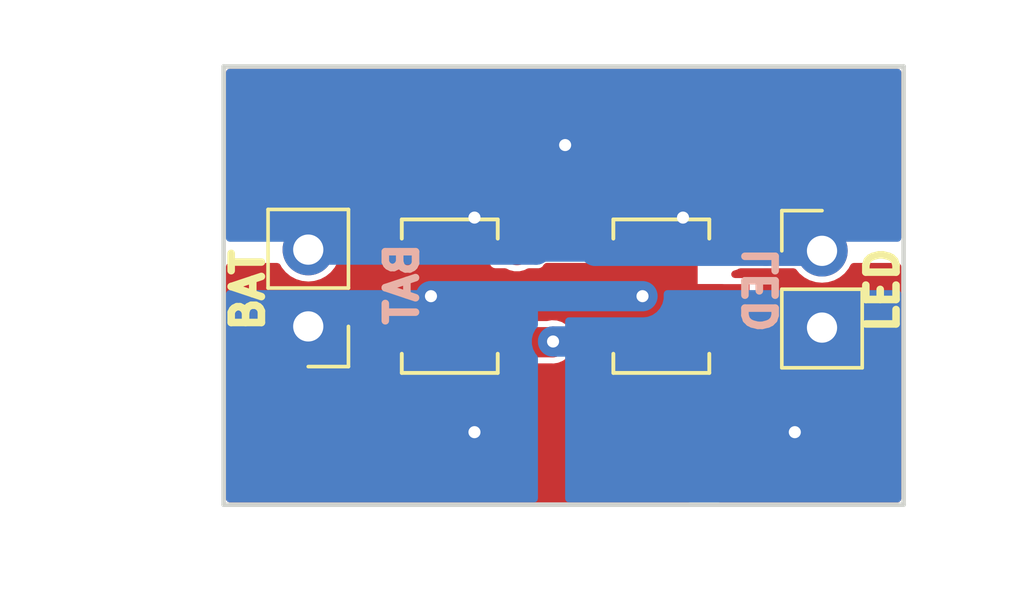
<source format=kicad_pcb>
(kicad_pcb (version 20221018) (generator pcbnew)
  (layers (0 "F.Cu" power) (31 "B.Cu" power) (34 "B.Paste" user) (35 "F.Paste" user) (36 "B.SilkS" user "B.Silkscreen") (37 "F.SilkS" user "F.Silkscreen") (38 "B.Mask" user) (39 "F.Mask" user) (44 "Edge.Cuts" user))
  (net 0 "")
  (net 1 "Net-(J1-Pad2)")
  (net 2 "GND")
  (net 3 "VDD")
  (footprint "freetronics_footprints:SOT89" (layer "F.Cu") (at 151 86 90)
    (fp_text reference "U1")
    (fp_text value "AMC7135_SOT89" hide)
    (fp_line (start -2.54 -1.905) (end -1.905 -1.905) (stroke (width 0.127)) (layer "F.SilkS"))
    (fp_line (start -2.54 1.27) (end -2.54 -1.905) (stroke (width 0.127)) (layer "F.SilkS"))
    (fp_line (start -1.905 1.27) (end -2.54 1.27) (stroke (width 0.127)) (layer "F.SilkS"))
    (fp_line (start 1.905 -1.905) (end 2.54 -1.905) (stroke (width 0.127)) (layer "F.SilkS"))
    (fp_line (start 2.54 -1.905) (end 2.54 1.27) (stroke (width 0.127)) (layer "F.SilkS"))
    (fp_line (start 2.54 1.27) (end 1.905 1.27) (stroke (width 0.127)) (layer "F.SilkS"))
    (pad "1" smd rect (at -1.524 1.905 90) (size 0.79756 1.39954) (layers "F.Cu" "F.Paste" "F.Mask") (net 1 "Net-(J1-Pad2)"))
    (pad "2" smd rect (at 0 -0.9398 90) (size 2.032 3.64998) (layers "F.Cu" "F.Paste" "F.Mask") (net 2 "GND"))
    (pad "2" smd rect (at 0 1.651 90) (size 0.79756 1.89992) (layers "F.Cu" "F.Paste" "F.Mask") (net 2 "GND"))
    (pad "3" smd rect (at 1.524 1.905 90) (size 0.79756 1.39954) (layers "F.Cu" "F.Paste" "F.Mask") (net 3 "VDD"))
  )
  (footprint "Connector_Pin:Pin_D1.0mm_L10.0mm_LooseFit" (layer "F.Cu") (at 144.5 90.8)
    (fp_text reference "J4" hide)
    (fp_text value "heatsink")
    (pad "1" smd rect (at 0 0) (size 14 3.5) (layers "F.Cu" "F.Paste" "F.Mask") (net 2 "GND"))
  )
  (footprint "Connector_PinHeader_2.54mm:PinHeader_1x02_P2.54mm_Vertical" (layer "F.Cu") (at 156 84.5)
    (fp_text reference "J1" hide)
    (fp_text value "LED connector")
    (fp_line (start -1.33 -1.33) (end 0 -1.33) (stroke (width 0.12)) (layer "F.SilkS"))
    (fp_line (start -1.33 0) (end -1.33 -1.33) (stroke (width 0.12)) (layer "F.SilkS"))
    (fp_line (start -1.33 1.27) (end -1.33 3.87) (stroke (width 0.12)) (layer "F.SilkS"))
    (fp_line (start -1.33 1.27) (end 1.33 1.27) (stroke (width 0.12)) (layer "F.SilkS"))
    (fp_line (start -1.33 3.87) (end 1.33 3.87) (stroke (width 0.12)) (layer "F.SilkS"))
    (fp_line (start 1.33 1.27) (end 1.33 3.87) (stroke (width 0.12)) (layer "F.SilkS"))
    (pad "1" thru_hole oval (at 0 0) (size 1.7 1.7) (drill 1) (layers "*.Cu" "*.Mask") (net 3 "VDD"))
    (pad "2" thru_hole rect (at 0 2.54) (size 1.7 1.7) (drill 1) (layers "*.Cu" "*.Mask") (net 1 "Net-(J1-Pad2)"))
  )
  (footprint "Connector_PinHeader_2.54mm:PinHeader_1x02_P2.54mm_Vertical" (layer "F.Cu") (at 139 87 180)
    (fp_text reference "J2" hide)
    (fp_text value "Power Connector")
    (fp_line (start -1.33 -1.33) (end 0 -1.33) (stroke (width 0.12)) (layer "F.SilkS"))
    (fp_line (start -1.33 0) (end -1.33 -1.33) (stroke (width 0.12)) (layer "F.SilkS"))
    (fp_line (start -1.33 1.27) (end -1.33 3.87) (stroke (width 0.12)) (layer "F.SilkS"))
    (fp_line (start -1.33 1.27) (end 1.33 1.27) (stroke (width 0.12)) (layer "F.SilkS"))
    (fp_line (start -1.33 3.87) (end 1.33 3.87) (stroke (width 0.12)) (layer "F.SilkS"))
    (fp_line (start 1.33 1.27) (end 1.33 3.87) (stroke (width 0.12)) (layer "F.SilkS"))
    (pad "1" thru_hole rect (at 0 0 180) (size 1.7 1.7) (drill 1) (layers "*.Cu" "*.Mask") (net 2 "GND"))
    (pad "2" thru_hole oval (at 0 2.54 180) (size 1.7 1.7) (drill 1) (layers "*.Cu" "*.Mask") (net 3 "VDD"))
  )
  (footprint "Connector_Pin:Pin_D1.0mm_L10.0mm_LooseFit" (layer "F.Cu") (at 147.5 80.7)
    (fp_text reference "J3" hide)
    (fp_text value "Conn_01x01_Male")
    (pad "1" smd rect (at 0 0) (size 20 3.5) (layers "F.Cu" "F.Paste" "F.Mask") (net 3 "VDD"))
  )
  (footprint "Connector_Pin:Pin_D1.0mm_L10.0mm_LooseFit" (layer "F.Cu") (at 155.1 90.8)
    (fp_text reference "J5" hide)
    (fp_text value "heatsink")
    (pad "1" smd rect (at 0 0) (size 5 3.5) (layers "F.Cu" "F.Paste" "F.Mask") (net 1 "Net-(J1-Pad2)"))
  )
  (footprint "freetronics_footprints:SOT89" (layer "F.Cu") (at 144 86 90)
    (fp_text reference "U2")
    (fp_text value "AMC7135_SOT89" hide)
    (fp_line (start -2.54 -1.905) (end -1.905 -1.905) (stroke (width 0.127)) (layer "F.SilkS"))
    (fp_line (start -2.54 1.27) (end -2.54 -1.905) (stroke (width 0.127)) (layer "F.SilkS"))
    (fp_line (start -1.905 1.27) (end -2.54 1.27) (stroke (width 0.127)) (layer "F.SilkS"))
    (fp_line (start 1.905 -1.905) (end 2.54 -1.905) (stroke (width 0.127)) (layer "F.SilkS"))
    (fp_line (start 2.54 -1.905) (end 2.54 1.27) (stroke (width 0.127)) (layer "F.SilkS"))
    (fp_line (start 2.54 1.27) (end 1.905 1.27) (stroke (width 0.127)) (layer "F.SilkS"))
    (pad "1" smd rect (at -1.524 1.905 90) (size 0.79756 1.39954) (layers "F.Cu" "F.Paste" "F.Mask") (net 1 "Net-(J1-Pad2)"))
    (pad "2" smd rect (at 0 -0.9398 90) (size 2.032 3.64998) (layers "F.Cu" "F.Paste" "F.Mask") (net 2 "GND"))
    (pad "2" smd rect (at 0 1.651 90) (size 0.79756 1.89992) (layers "F.Cu" "F.Paste" "F.Mask") (net 2 "GND"))
    (pad "3" smd rect (at 1.524 1.905 90) (size 0.79756 1.39954) (layers "F.Cu" "F.Paste" "F.Mask") (net 3 "VDD"))
  )
  (footprint "Connector_Pin:Pin_D1.0mm_L10.0mm_LooseFit" (layer "B.Cu") (at 147.5 80.7)
    (fp_text reference "J3" hide)
    (fp_text value "heatsink")
    (pad "1" smd rect (at 0 0) (size 20 3.5) (layers "B.Cu" "B.Paste" "B.Mask") (net 3 "VDD"))
  )
  (footprint "Connector_Pin:Pin_D1.0mm_L10.0mm_LooseFit" (layer "B.Cu") (at 142 90.8)
    (fp_text reference "J4" hide)
    (fp_text value "Conn_01x01_Male")
    (pad "1" smd rect (at 0 0) (size 9 3.5) (layers "B.Cu" "B.Paste" "B.Mask") (net 2 "GND"))
  )
  (footprint "Connector_Pin:Pin_D1.0mm_L10.0mm_LooseFit" (layer "B.Cu") (at 152.6 90.8)
    (fp_text reference "J5" hide)
    (fp_text value "Conn_01x01_Male")
    (pad "1" smd rect (at 0 0) (size 10 3.5) (layers "B.Cu" "B.Paste" "B.Mask") (net 1 "Net-(J1-Pad2)"))
  )
  (gr_line (start 158.7 78.4) (end 158.7 92.9) (stroke (width 0.15)) (layer "Edge.Cuts"))
  (gr_line (start 136.2 92.9) (end 136.2 78.4) (stroke (width 0.15)) (layer "Edge.Cuts"))
  (gr_line (start 136.2 78.4) (end 158.7 78.4) (stroke (width 0.15)) (layer "Edge.Cuts"))
  (gr_line (start 158.7 92.9) (end 136.2 92.9) (stroke (width 0.15)) (layer "Edge.Cuts"))
  (gr_text "LED" (at 154 85.8 90) (layer "B.SilkS") (effects (font (size 1 1) (thickness 0.25)) (justify mirror)))
  (gr_text "BAT" (at 142.1 85.6 90) (layer "B.SilkS") (effects (font (size 1 1) (thickness 0.25)) (justify mirror)))
  (gr_text "BAT" (at 137 85.8 90) (layer "F.SilkS") (effects (font (size 1 1) (thickness 0.25))))
  (gr_text "LED" (at 158 85.8 90) (layer "F.SilkS") (effects (font (size 1 1) (thickness 0.25))))
  (segment (start 145.9 87.529) (end 145.905 87.524) (width 0.8) (layer "F.Cu") (net 1))
  (segment (start 147.076 87.524) (end 147.1 87.5) (width 1) (layer "F.Cu") (net 1))
  (segment (start 155.1 89.719) (end 152.905 87.524) (width 1) (layer "F.Cu") (net 1))
  (segment (start 155.516 87.524) (end 152.905 87.524) (width 1) (layer "F.Cu") (net 1))
  (segment (start 156 89.6) (end 155.1 90.5) (width 1) (layer "F.Cu") (net 1))
  (segment (start 156 87.04) (end 156 89.6) (width 1) (layer "F.Cu") (net 1))
  (segment (start 155.1 90.5) (end 155.1 89.719) (width 1) (layer "F.Cu") (net 1))
  (segment (start 145.905 87.524) (end 147.076 87.524) (width 1) (layer "F.Cu") (net 1))
  (segment (start 156 87.04) (end 155.516 87.524) (width 1) (layer "F.Cu") (net 1))
  (segment (start 152.60401 87.524) (end 152.905 87.524) (width 0.8) (layer "F.Cu") (net 1))
  (via (at 155.1 90.5) (size 0.8) (drill 0.4) (layers "F.Cu" "B.Cu") (net 1))
  (via (at 147.1 87.5) (size 0.8) (drill 0.4) (layers "F.Cu" "B.Cu") (net 1))
  (segment (start 149.6 87.5) (end 152.6 90.5) (width 1) (layer "B.Cu") (net 1))
  (segment (start 148.5 87.5) (end 152.1 87.5) (width 1) (layer "B.Cu") (net 1))
  (segment (start 152.6 88) (end 152.6 90.5) (width 1) (layer "B.Cu") (net 1))
  (segment (start 156 87.1) (end 152.6 90.5) (width 1) (layer "B.Cu") (net 1))
  (segment (start 148.5 87.5) (end 155.54 87.5) (width 1) (layer "B.Cu") (net 1))
  (segment (start 155.54 87.5) (end 156 87.04) (width 1) (layer "B.Cu") (net 1))
  (segment (start 147.1 87.5) (end 149.6 87.5) (width 1) (layer "B.Cu") (net 1))
  (segment (start 147.1 87.5) (end 148.5 87.5) (width 1) (layer "B.Cu") (net 1))
  (segment (start 156 87.04) (end 156 87.1) (width 1) (layer "B.Cu") (net 1))
  (segment (start 152.1 87.5) (end 152.6 88) (width 1) (layer "B.Cu") (net 1))
  (segment (start 150.0602 87.9398) (end 147.5 90.5) (width 1) (layer "F.Cu") (net 2))
  (segment (start 147.5 90.5) (end 144.5 90.5) (width 1) (layer "F.Cu") (net 2))
  (segment (start 150.0602 86) (end 150.0602 87.9398) (width 1) (layer "F.Cu") (net 2))
  (segment (start 146.6942 90.9) (end 147.5 90.9) (width 0.25) (layer "F.Cu") (net 2))
  (segment (start 143.0602 89.0602) (end 144.5 90.5) (width 1) (layer "F.Cu") (net 2))
  (segment (start 143.0602 86) (end 143.0602 89.0602) (width 1) (layer "F.Cu") (net 2))
  (segment (start 152.651 86) (end 150.0602 86) (width 0.8) (layer "F.Cu") (net 2))
  (segment (start 147.40096 86) (end 145.651 86) (width 0.8) (layer "F.Cu") (net 2))
  (segment (start 143.0602 86) (end 140 86) (width 0.8) (layer "F.Cu") (net 2))
  (segment (start 150.0602 86) (end 145.651 86) (width 0.8) (layer "F.Cu") (net 2))
  (segment (start 145.5442 90.5) (end 147.5 90.5) (width 1) (layer "F.Cu") (net 2))
  (segment (start 140 86) (end 139 87) (width 0.8) (layer "F.Cu") (net 2))
  (segment (start 143.0602 86) (end 145.651 86) (width 0.8) (layer "F.Cu") (net 2))
  (via (at 144.5 90.5) (size 0.8) (drill 0.4) (layers "F.Cu" "B.Cu") (net 2))
  (via (at 150.0602 86) (size 0.8) (drill 0.4) (layers "F.Cu" "B.Cu") (net 2))
  (via (at 143.0602 86) (size 0.8) (drill 0.4) (layers "F.Cu" "B.Cu") (net 2))
  (segment (start 143.0602 89.4398) (end 142 90.5) (width 1) (layer "B.Cu") (net 2))
  (segment (start 143.0602 86) (end 150.0602 86) (width 1) (layer "B.Cu") (net 2))
  (segment (start 139 87.5) (end 142 90.5) (width 1) (layer "B.Cu") (net 2))
  (segment (start 143.0602 86) (end 143.0602 89.4398) (width 1) (layer "B.Cu") (net 2))
  (segment (start 141.7 87) (end 142.0602 87) (width 0.8) (layer "B.Cu") (net 2))
  (segment (start 139 87) (end 139 87.5) (width 1) (layer "B.Cu") (net 2))
  (segment (start 142.0602 87) (end 143.0602 86) (width 0.8) (layer "B.Cu") (net 2))
  (segment (start 139 87) (end 141.7 87) (width 0.8) (layer "B.Cu") (net 2))
  (segment (start 145.60401 84.476) (end 145.905 84.476) (width 0.8) (layer "F.Cu") (net 3))
  (segment (start 151.4 83.4) (end 151.829 83.4) (width 0.8) (layer "F.Cu") (net 3))
  (segment (start 144.5 83.4) (end 145.1 83.4) (width 1) (layer "F.Cu") (net 3))
  (segment (start 152.905 84.476) (end 155.976 84.476) (width 0.8) (layer "F.Cu") (net 3))
  (segment (start 155.976 84.476) (end 156 84.5) (width 0.8) (layer "F.Cu") (net 3))
  (segment (start 151.4 83.4) (end 149.9 83.4) (width 1) (layer "F.Cu") (net 3))
  (segment (start 156 84.5) (end 156 82.65) (width 1) (layer "F.Cu") (net 3))
  (segment (start 145.905 84.476) (end 145.905 82.595) (width 1) (layer "F.Cu") (net 3))
  (segment (start 149.429 81) (end 147.5 81) (width 1) (layer "F.Cu") (net 3))
  (segment (start 152.905 84.476) (end 149.429 81) (width 1) (layer "F.Cu") (net 3))
  (segment (start 144.829 83.4) (end 145.905 84.476) (width 0.8) (layer "F.Cu") (net 3))
  (segment (start 139 84.46) (end 142.46 81) (width 1) (layer "F.Cu") (net 3))
  (segment (start 154.35 81) (end 147.5 81) (width 1) (layer "F.Cu") (net 3))
  (segment (start 145.905 82.595) (end 147.5 81) (width 1) (layer "F.Cu") (net 3))
  (segment (start 156 82.65) (end 154.35 81) (width 1) (layer "F.Cu") (net 3))
  (segment (start 145.1 83.4) (end 147.5 81) (width 1) (layer "F.Cu") (net 3))
  (segment (start 149.9 83.4) (end 147.5 81) (width 1) (layer "F.Cu") (net 3))
  (segment (start 142.46 81) (end 147.5 81) (width 1) (layer "F.Cu") (net 3))
  (segment (start 151.829 83.4) (end 152.905 84.476) (width 0.8) (layer "F.Cu") (net 3))
  (segment (start 144.5 83.4) (end 144.829 83.4) (width 0.8) (layer "F.Cu") (net 3))
  (segment (start 152.60401 84.476) (end 152.905 84.476) (width 0.8) (layer "F.Cu") (net 3))
  (via (at 147.5 81) (size 0.8) (drill 0.4) (layers "F.Cu" "B.Cu") (net 3))
  (via (at 151.4 83.4) (size 0.8) (drill 0.4) (layers "F.Cu" "B.Cu") (net 3))
  (via (at 144.5 83.4) (size 0.8) (drill 0.4) (layers "F.Cu" "B.Cu") (net 3))
  (segment (start 146.54 84.46) (end 147.5 83.5) (width 1) (layer "B.Cu") (net 3))
  (segment (start 139 84.46) (end 146.54 84.46) (width 1) (layer "B.Cu") (net 3))
  (segment (start 150.34 84.46) (end 151.4 83.4) (width 0.8) (layer "B.Cu") (net 3))
  (segment (start 155.96 84.46) (end 156 84.5) (width 0.8) (layer "B.Cu") (net 3))
  (segment (start 142.9 84.46) (end 143.54 84.46) (width 0.8) (layer "B.Cu") (net 3))
  (segment (start 147.5 83.5) (end 148.5 84.5) (width 1) (layer "B.Cu") (net 3))
  (segment (start 149.7 84.46) (end 150.34 84.46) (width 0.8) (layer "B.Cu") (net 3))
  (segment (start 143.44 84.46) (end 144.5 83.4) (width 0.8) (layer "B.Cu") (net 3))
  (segment (start 149.7 84.46) (end 155.96 84.46) (width 0.8) (layer "B.Cu") (net 3))
  (segment (start 154.15 84.5) (end 156 84.5) (width 1) (layer "B.Cu") (net 3))
  (segment (start 139 84.46) (end 149.7 84.46) (width 0.8) (layer "B.Cu") (net 3))
  (segment (start 148.5 84.5) (end 154.15 84.5) (width 1) (layer "B.Cu") (net 3))
  (segment (start 142.9 84.46) (end 143.44 84.46) (width 0.8) (layer "B.Cu") (net 3))
  (segment (start 139 84.46) (end 142.9 84.46) (width 0.8) (layer "B.Cu") (net 3))
  (segment (start 149.9 83.4) (end 147.5 81) (width 1) (layer "B.Cu") (net 3))
  (segment (start 151.4 83.4) (end 149.9 83.4) (width 1) (layer "B.Cu") (net 3))
  (segment (start 147.5 81) (end 147.5 83.5) (width 1) (layer "B.Cu") (net 3))
  (zone (net 1) (net_name "Net-(J1-Pad2)") (layer "F.Cu") (connect_pads yes (clearance 0.1)) (min_thickness 0.254) (fill yes (thermal_gap 0.508) (thermal_bridge_width 0.508))
    (polygon (pts (xy 162.7 84.9) (xy 152.5 84.9) (xy 152.5 95.7) (xy 162.7 95.7)))
  )
  (zone (net 3) (net_name "VDD") (layer "F.Cu") (connect_pads yes (clearance 0.1)) (min_thickness 0.254) (fill yes (thermal_gap 0.508) (thermal_bridge_width 0.508))
    (polygon (pts (xy 162.3 84.2) (xy 162.3 76.2) (xy 128.9 76.2) (xy 128.9 84.1)))
  )
  (zone (net 2) (net_name "GND") (layer "F.Cu") (connect_pads yes (clearance 0.1)) (min_thickness 0.254) (fill yes (thermal_gap 0.508) (thermal_bridge_width 0.508))
    (polygon (pts (xy 151.7 84.9) (xy 151.7 94) (xy 128.8 94) (xy 128.8 84.9)))
  )
  (zone (net 3) (net_name "VDD") (layer "B.Cu") (connect_pads yes (clearance 0.1)) (min_thickness 0.254) (fill yes (thermal_gap 0.508) (thermal_bridge_width 0.508))
    (polygon (pts (xy 128.9 76.2) (xy 162.3 76.2) (xy 162.3 84.2) (xy 128.9 84.2)))
  )
  (zone (net 1) (net_name "Net-(J1-Pad2)") (layer "B.Cu") (connect_pads yes (clearance 0.1)) (min_thickness 0.254) (fill yes (thermal_gap 0.508) (thermal_bridge_width 0.508))
    (polygon (pts (xy 162.1 85.8) (xy 147.5 85.8) (xy 147.5 95.6) (xy 162.1 95.6)))
  )
  (zone (net 2) (net_name "GND") (layer "B.Cu") (connect_pads yes (clearance 0.1)) (min_thickness 0.254) (fill yes (thermal_gap 0.508) (thermal_bridge_width 0.508))
    (polygon (pts (xy 132.9 85.8) (xy 146.6 85.8) (xy 146.6 95.6) (xy 132.9 95.6)))
  )
)
</source>
